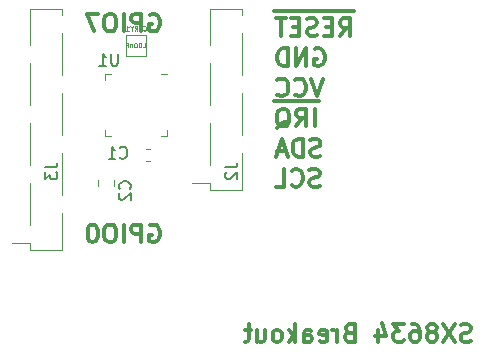
<source format=gbr>
G04 #@! TF.GenerationSoftware,KiCad,Pcbnew,5.0.0*
G04 #@! TF.CreationDate,2019-07-11T02:24:03-06:00*
G04 #@! TF.ProjectId,woose-tracker,776F6F73652D747261636B65722E6B69,1*
G04 #@! TF.SameCoordinates,Original*
G04 #@! TF.FileFunction,Legend,Bot*
G04 #@! TF.FilePolarity,Positive*
%FSLAX46Y46*%
G04 Gerber Fmt 4.6, Leading zero omitted, Abs format (unit mm)*
G04 Created by KiCad (PCBNEW 5.0.0) date Thu Jul 11 02:24:03 2019*
%MOMM*%
%LPD*%
G01*
G04 APERTURE LIST*
%ADD10C,0.300000*%
%ADD11C,0.120000*%
%ADD12C,0.080000*%
%ADD13C,0.150000*%
%ADD14C,0.070000*%
G04 APERTURE END LIST*
D10*
X89311880Y-63644862D02*
X89097594Y-63716291D01*
X88740451Y-63716291D01*
X88597594Y-63644862D01*
X88526165Y-63573434D01*
X88454737Y-63430577D01*
X88454737Y-63287720D01*
X88526165Y-63144862D01*
X88597594Y-63073434D01*
X88740451Y-63002005D01*
X89026165Y-62930577D01*
X89169022Y-62859148D01*
X89240451Y-62787720D01*
X89311880Y-62644862D01*
X89311880Y-62502005D01*
X89240451Y-62359148D01*
X89169022Y-62287720D01*
X89026165Y-62216291D01*
X88669022Y-62216291D01*
X88454737Y-62287720D01*
X87954737Y-62216291D02*
X86954737Y-63716291D01*
X86954737Y-62216291D02*
X87954737Y-63716291D01*
X86169022Y-62859148D02*
X86311880Y-62787720D01*
X86383308Y-62716291D01*
X86454737Y-62573434D01*
X86454737Y-62502005D01*
X86383308Y-62359148D01*
X86311880Y-62287720D01*
X86169022Y-62216291D01*
X85883308Y-62216291D01*
X85740451Y-62287720D01*
X85669022Y-62359148D01*
X85597594Y-62502005D01*
X85597594Y-62573434D01*
X85669022Y-62716291D01*
X85740451Y-62787720D01*
X85883308Y-62859148D01*
X86169022Y-62859148D01*
X86311880Y-62930577D01*
X86383308Y-63002005D01*
X86454737Y-63144862D01*
X86454737Y-63430577D01*
X86383308Y-63573434D01*
X86311880Y-63644862D01*
X86169022Y-63716291D01*
X85883308Y-63716291D01*
X85740451Y-63644862D01*
X85669022Y-63573434D01*
X85597594Y-63430577D01*
X85597594Y-63144862D01*
X85669022Y-63002005D01*
X85740451Y-62930577D01*
X85883308Y-62859148D01*
X84311880Y-62216291D02*
X84597594Y-62216291D01*
X84740451Y-62287720D01*
X84811880Y-62359148D01*
X84954737Y-62573434D01*
X85026165Y-62859148D01*
X85026165Y-63430577D01*
X84954737Y-63573434D01*
X84883308Y-63644862D01*
X84740451Y-63716291D01*
X84454737Y-63716291D01*
X84311880Y-63644862D01*
X84240451Y-63573434D01*
X84169022Y-63430577D01*
X84169022Y-63073434D01*
X84240451Y-62930577D01*
X84311880Y-62859148D01*
X84454737Y-62787720D01*
X84740451Y-62787720D01*
X84883308Y-62859148D01*
X84954737Y-62930577D01*
X85026165Y-63073434D01*
X83669022Y-62216291D02*
X82740451Y-62216291D01*
X83240451Y-62787720D01*
X83026165Y-62787720D01*
X82883308Y-62859148D01*
X82811880Y-62930577D01*
X82740451Y-63073434D01*
X82740451Y-63430577D01*
X82811880Y-63573434D01*
X82883308Y-63644862D01*
X83026165Y-63716291D01*
X83454737Y-63716291D01*
X83597594Y-63644862D01*
X83669022Y-63573434D01*
X81454737Y-62716291D02*
X81454737Y-63716291D01*
X81811880Y-62144862D02*
X82169022Y-63216291D01*
X81240451Y-63216291D01*
X79026165Y-62930577D02*
X78811880Y-63002005D01*
X78740451Y-63073434D01*
X78669022Y-63216291D01*
X78669022Y-63430577D01*
X78740451Y-63573434D01*
X78811880Y-63644862D01*
X78954737Y-63716291D01*
X79526165Y-63716291D01*
X79526165Y-62216291D01*
X79026165Y-62216291D01*
X78883308Y-62287720D01*
X78811880Y-62359148D01*
X78740451Y-62502005D01*
X78740451Y-62644862D01*
X78811880Y-62787720D01*
X78883308Y-62859148D01*
X79026165Y-62930577D01*
X79526165Y-62930577D01*
X78026165Y-63716291D02*
X78026165Y-62716291D01*
X78026165Y-63002005D02*
X77954737Y-62859148D01*
X77883308Y-62787720D01*
X77740451Y-62716291D01*
X77597594Y-62716291D01*
X76526165Y-63644862D02*
X76669022Y-63716291D01*
X76954737Y-63716291D01*
X77097594Y-63644862D01*
X77169022Y-63502005D01*
X77169022Y-62930577D01*
X77097594Y-62787720D01*
X76954737Y-62716291D01*
X76669022Y-62716291D01*
X76526165Y-62787720D01*
X76454737Y-62930577D01*
X76454737Y-63073434D01*
X77169022Y-63216291D01*
X75169022Y-63716291D02*
X75169022Y-62930577D01*
X75240451Y-62787720D01*
X75383308Y-62716291D01*
X75669022Y-62716291D01*
X75811880Y-62787720D01*
X75169022Y-63644862D02*
X75311880Y-63716291D01*
X75669022Y-63716291D01*
X75811880Y-63644862D01*
X75883308Y-63502005D01*
X75883308Y-63359148D01*
X75811880Y-63216291D01*
X75669022Y-63144862D01*
X75311880Y-63144862D01*
X75169022Y-63073434D01*
X74454737Y-63716291D02*
X74454737Y-62216291D01*
X74311880Y-63144862D02*
X73883308Y-63716291D01*
X73883308Y-62716291D02*
X74454737Y-63287720D01*
X73026165Y-63716291D02*
X73169022Y-63644862D01*
X73240451Y-63573434D01*
X73311880Y-63430577D01*
X73311880Y-63002005D01*
X73240451Y-62859148D01*
X73169022Y-62787720D01*
X73026165Y-62716291D01*
X72811880Y-62716291D01*
X72669022Y-62787720D01*
X72597594Y-62859148D01*
X72526165Y-63002005D01*
X72526165Y-63430577D01*
X72597594Y-63573434D01*
X72669022Y-63644862D01*
X72811880Y-63716291D01*
X73026165Y-63716291D01*
X71240451Y-62716291D02*
X71240451Y-63716291D01*
X71883308Y-62716291D02*
X71883308Y-63502005D01*
X71811880Y-63644862D01*
X71669022Y-63716291D01*
X71454737Y-63716291D01*
X71311880Y-63644862D01*
X71240451Y-63573434D01*
X70740451Y-62716291D02*
X70169022Y-62716291D01*
X70526165Y-62216291D02*
X70526165Y-63502005D01*
X70454737Y-63644862D01*
X70311880Y-63716291D01*
X70169022Y-63716291D01*
X79441834Y-35680440D02*
X77941834Y-35680440D01*
X78227548Y-37829011D02*
X78727548Y-37114725D01*
X79084691Y-37829011D02*
X79084691Y-36329011D01*
X78513262Y-36329011D01*
X78370405Y-36400440D01*
X78298977Y-36471868D01*
X78227548Y-36614725D01*
X78227548Y-36829011D01*
X78298977Y-36971868D01*
X78370405Y-37043297D01*
X78513262Y-37114725D01*
X79084691Y-37114725D01*
X77941834Y-35680440D02*
X76584691Y-35680440D01*
X77584691Y-37043297D02*
X77084691Y-37043297D01*
X76870405Y-37829011D02*
X77584691Y-37829011D01*
X77584691Y-36329011D01*
X76870405Y-36329011D01*
X76584691Y-35680440D02*
X75156120Y-35680440D01*
X76298977Y-37757582D02*
X76084691Y-37829011D01*
X75727548Y-37829011D01*
X75584691Y-37757582D01*
X75513262Y-37686154D01*
X75441834Y-37543297D01*
X75441834Y-37400440D01*
X75513262Y-37257582D01*
X75584691Y-37186154D01*
X75727548Y-37114725D01*
X76013262Y-37043297D01*
X76156120Y-36971868D01*
X76227548Y-36900440D01*
X76298977Y-36757582D01*
X76298977Y-36614725D01*
X76227548Y-36471868D01*
X76156120Y-36400440D01*
X76013262Y-36329011D01*
X75656120Y-36329011D01*
X75441834Y-36400440D01*
X75156120Y-35680440D02*
X73798977Y-35680440D01*
X74798977Y-37043297D02*
X74298977Y-37043297D01*
X74084691Y-37829011D02*
X74798977Y-37829011D01*
X74798977Y-36329011D01*
X74084691Y-36329011D01*
X73798977Y-35680440D02*
X72656120Y-35680440D01*
X73656120Y-36329011D02*
X72798977Y-36329011D01*
X73227548Y-37829011D02*
X73227548Y-36329011D01*
X76084691Y-38950440D02*
X76227548Y-38879011D01*
X76441834Y-38879011D01*
X76656120Y-38950440D01*
X76798977Y-39093297D01*
X76870405Y-39236154D01*
X76941834Y-39521868D01*
X76941834Y-39736154D01*
X76870405Y-40021868D01*
X76798977Y-40164725D01*
X76656120Y-40307582D01*
X76441834Y-40379011D01*
X76298977Y-40379011D01*
X76084691Y-40307582D01*
X76013262Y-40236154D01*
X76013262Y-39736154D01*
X76298977Y-39736154D01*
X75370405Y-40379011D02*
X75370405Y-38879011D01*
X74513262Y-40379011D01*
X74513262Y-38879011D01*
X73798977Y-40379011D02*
X73798977Y-38879011D01*
X73441834Y-38879011D01*
X73227548Y-38950440D01*
X73084691Y-39093297D01*
X73013262Y-39236154D01*
X72941834Y-39521868D01*
X72941834Y-39736154D01*
X73013262Y-40021868D01*
X73084691Y-40164725D01*
X73227548Y-40307582D01*
X73441834Y-40379011D01*
X73798977Y-40379011D01*
X76798977Y-41429011D02*
X76298977Y-42929011D01*
X75798977Y-41429011D01*
X74441834Y-42786154D02*
X74513262Y-42857582D01*
X74727548Y-42929011D01*
X74870405Y-42929011D01*
X75084691Y-42857582D01*
X75227548Y-42714725D01*
X75298977Y-42571868D01*
X75370405Y-42286154D01*
X75370405Y-42071868D01*
X75298977Y-41786154D01*
X75227548Y-41643297D01*
X75084691Y-41500440D01*
X74870405Y-41429011D01*
X74727548Y-41429011D01*
X74513262Y-41500440D01*
X74441834Y-41571868D01*
X72941834Y-42786154D02*
X73013262Y-42857582D01*
X73227548Y-42929011D01*
X73370405Y-42929011D01*
X73584691Y-42857582D01*
X73727548Y-42714725D01*
X73798977Y-42571868D01*
X73870405Y-42286154D01*
X73870405Y-42071868D01*
X73798977Y-41786154D01*
X73727548Y-41643297D01*
X73584691Y-41500440D01*
X73370405Y-41429011D01*
X73227548Y-41429011D01*
X73013262Y-41500440D01*
X72941834Y-41571868D01*
X76441834Y-43330440D02*
X75727548Y-43330440D01*
X76084691Y-45479011D02*
X76084691Y-43979011D01*
X75727548Y-43330440D02*
X74227548Y-43330440D01*
X74513262Y-45479011D02*
X75013262Y-44764725D01*
X75370405Y-45479011D02*
X75370405Y-43979011D01*
X74798977Y-43979011D01*
X74656120Y-44050440D01*
X74584691Y-44121868D01*
X74513262Y-44264725D01*
X74513262Y-44479011D01*
X74584691Y-44621868D01*
X74656120Y-44693297D01*
X74798977Y-44764725D01*
X75370405Y-44764725D01*
X74227548Y-43330440D02*
X72656120Y-43330440D01*
X72870405Y-45621868D02*
X73013262Y-45550440D01*
X73156120Y-45407582D01*
X73370405Y-45193297D01*
X73513262Y-45121868D01*
X73656120Y-45121868D01*
X73584691Y-45479011D02*
X73727548Y-45407582D01*
X73870405Y-45264725D01*
X73941834Y-44979011D01*
X73941834Y-44479011D01*
X73870405Y-44193297D01*
X73727548Y-44050440D01*
X73584691Y-43979011D01*
X73298977Y-43979011D01*
X73156120Y-44050440D01*
X73013262Y-44193297D01*
X72941834Y-44479011D01*
X72941834Y-44979011D01*
X73013262Y-45264725D01*
X73156120Y-45407582D01*
X73298977Y-45479011D01*
X73584691Y-45479011D01*
X76584691Y-47957582D02*
X76370405Y-48029011D01*
X76013262Y-48029011D01*
X75870405Y-47957582D01*
X75798977Y-47886154D01*
X75727548Y-47743297D01*
X75727548Y-47600440D01*
X75798977Y-47457582D01*
X75870405Y-47386154D01*
X76013262Y-47314725D01*
X76298977Y-47243297D01*
X76441834Y-47171868D01*
X76513262Y-47100440D01*
X76584691Y-46957582D01*
X76584691Y-46814725D01*
X76513262Y-46671868D01*
X76441834Y-46600440D01*
X76298977Y-46529011D01*
X75941834Y-46529011D01*
X75727548Y-46600440D01*
X75084691Y-48029011D02*
X75084691Y-46529011D01*
X74727548Y-46529011D01*
X74513262Y-46600440D01*
X74370405Y-46743297D01*
X74298977Y-46886154D01*
X74227548Y-47171868D01*
X74227548Y-47386154D01*
X74298977Y-47671868D01*
X74370405Y-47814725D01*
X74513262Y-47957582D01*
X74727548Y-48029011D01*
X75084691Y-48029011D01*
X73656120Y-47600440D02*
X72941834Y-47600440D01*
X73798977Y-48029011D02*
X73298977Y-46529011D01*
X72798977Y-48029011D01*
X76513262Y-50507582D02*
X76298977Y-50579011D01*
X75941834Y-50579011D01*
X75798977Y-50507582D01*
X75727548Y-50436154D01*
X75656120Y-50293297D01*
X75656120Y-50150440D01*
X75727548Y-50007582D01*
X75798977Y-49936154D01*
X75941834Y-49864725D01*
X76227548Y-49793297D01*
X76370405Y-49721868D01*
X76441834Y-49650440D01*
X76513262Y-49507582D01*
X76513262Y-49364725D01*
X76441834Y-49221868D01*
X76370405Y-49150440D01*
X76227548Y-49079011D01*
X75870405Y-49079011D01*
X75656120Y-49150440D01*
X74156120Y-50436154D02*
X74227548Y-50507582D01*
X74441834Y-50579011D01*
X74584691Y-50579011D01*
X74798977Y-50507582D01*
X74941834Y-50364725D01*
X75013262Y-50221868D01*
X75084691Y-49936154D01*
X75084691Y-49721868D01*
X75013262Y-49436154D01*
X74941834Y-49293297D01*
X74798977Y-49150440D01*
X74584691Y-49079011D01*
X74441834Y-49079011D01*
X74227548Y-49150440D01*
X74156120Y-49221868D01*
X72798977Y-50579011D02*
X73513262Y-50579011D01*
X73513262Y-49079011D01*
X62148125Y-36009440D02*
X62290982Y-35938011D01*
X62505268Y-35938011D01*
X62719554Y-36009440D01*
X62862411Y-36152297D01*
X62933840Y-36295154D01*
X63005268Y-36580868D01*
X63005268Y-36795154D01*
X62933840Y-37080868D01*
X62862411Y-37223725D01*
X62719554Y-37366582D01*
X62505268Y-37438011D01*
X62362411Y-37438011D01*
X62148125Y-37366582D01*
X62076697Y-37295154D01*
X62076697Y-36795154D01*
X62362411Y-36795154D01*
X61433840Y-37438011D02*
X61433840Y-35938011D01*
X60862411Y-35938011D01*
X60719554Y-36009440D01*
X60648125Y-36080868D01*
X60576697Y-36223725D01*
X60576697Y-36438011D01*
X60648125Y-36580868D01*
X60719554Y-36652297D01*
X60862411Y-36723725D01*
X61433840Y-36723725D01*
X59933840Y-37438011D02*
X59933840Y-35938011D01*
X58933840Y-35938011D02*
X58648125Y-35938011D01*
X58505268Y-36009440D01*
X58362411Y-36152297D01*
X58290982Y-36438011D01*
X58290982Y-36938011D01*
X58362411Y-37223725D01*
X58505268Y-37366582D01*
X58648125Y-37438011D01*
X58933840Y-37438011D01*
X59076697Y-37366582D01*
X59219554Y-37223725D01*
X59290982Y-36938011D01*
X59290982Y-36438011D01*
X59219554Y-36152297D01*
X59076697Y-36009440D01*
X58933840Y-35938011D01*
X57790982Y-35938011D02*
X56790982Y-35938011D01*
X57433840Y-37438011D01*
X62148125Y-53859440D02*
X62290982Y-53788011D01*
X62505268Y-53788011D01*
X62719554Y-53859440D01*
X62862411Y-54002297D01*
X62933840Y-54145154D01*
X63005268Y-54430868D01*
X63005268Y-54645154D01*
X62933840Y-54930868D01*
X62862411Y-55073725D01*
X62719554Y-55216582D01*
X62505268Y-55288011D01*
X62362411Y-55288011D01*
X62148125Y-55216582D01*
X62076697Y-55145154D01*
X62076697Y-54645154D01*
X62362411Y-54645154D01*
X61433840Y-55288011D02*
X61433840Y-53788011D01*
X60862411Y-53788011D01*
X60719554Y-53859440D01*
X60648125Y-53930868D01*
X60576697Y-54073725D01*
X60576697Y-54288011D01*
X60648125Y-54430868D01*
X60719554Y-54502297D01*
X60862411Y-54573725D01*
X61433840Y-54573725D01*
X59933840Y-55288011D02*
X59933840Y-53788011D01*
X58933840Y-53788011D02*
X58648125Y-53788011D01*
X58505268Y-53859440D01*
X58362411Y-54002297D01*
X58290982Y-54288011D01*
X58290982Y-54788011D01*
X58362411Y-55073725D01*
X58505268Y-55216582D01*
X58648125Y-55288011D01*
X58933840Y-55288011D01*
X59076697Y-55216582D01*
X59219554Y-55073725D01*
X59290982Y-54788011D01*
X59290982Y-54288011D01*
X59219554Y-54002297D01*
X59076697Y-53859440D01*
X58933840Y-53788011D01*
X57362411Y-53788011D02*
X57219554Y-53788011D01*
X57076697Y-53859440D01*
X57005268Y-53930868D01*
X56933840Y-54073725D01*
X56862411Y-54359440D01*
X56862411Y-54716582D01*
X56933840Y-55002297D01*
X57005268Y-55145154D01*
X57076697Y-55216582D01*
X57219554Y-55288011D01*
X57362411Y-55288011D01*
X57505268Y-55216582D01*
X57576697Y-55145154D01*
X57648125Y-55002297D01*
X57719554Y-54716582D01*
X57719554Y-54359440D01*
X57648125Y-54073725D01*
X57576697Y-53930868D01*
X57505268Y-53859440D01*
X57362411Y-53788011D01*
D11*
G04 #@! TO.C,C1*
X61813221Y-48389000D02*
X62138779Y-48389000D01*
X61813221Y-47369000D02*
X62138779Y-47369000D01*
G04 #@! TO.C,C2*
X57710000Y-50033422D02*
X57710000Y-50550578D01*
X59130000Y-50033422D02*
X59130000Y-50550578D01*
D12*
G04 #@! TO.C,CARY1*
X60085000Y-37733000D02*
X60085000Y-39483000D01*
X60085000Y-39483000D02*
X61835000Y-39483000D01*
X61835000Y-37733000D02*
X60085000Y-37733000D01*
X61835000Y-37733000D02*
X61835000Y-39483000D01*
D11*
G04 #@! TO.C,U1*
X58825000Y-41078000D02*
X58350000Y-41078000D01*
X58350000Y-41078000D02*
X58350000Y-41553000D01*
X63095000Y-46298000D02*
X63570000Y-46298000D01*
X63570000Y-46298000D02*
X63570000Y-45823000D01*
X58825000Y-46298000D02*
X58350000Y-46298000D01*
X58350000Y-46298000D02*
X58350000Y-45823000D01*
X63095000Y-41078000D02*
X63570000Y-41078000D01*
G04 #@! TO.C,J2*
X67250000Y-50860000D02*
X69910000Y-50860000D01*
X67250000Y-35500000D02*
X69910000Y-35500000D01*
X69910000Y-50860000D02*
X69910000Y-47750000D01*
X67250000Y-50290000D02*
X65730000Y-50290000D01*
X67250000Y-50860000D02*
X67250000Y-50290000D01*
X69910000Y-36070000D02*
X69910000Y-35500000D01*
X69910000Y-46230000D02*
X69910000Y-42670000D01*
X69910000Y-41150000D02*
X69910000Y-37590000D01*
X67250000Y-48770000D02*
X67250000Y-45210000D01*
X67250000Y-43690000D02*
X67250000Y-40130000D01*
X67250000Y-38610000D02*
X67250000Y-35500000D01*
G04 #@! TO.C,J3*
X52010000Y-55940000D02*
X54670000Y-55940000D01*
X52010000Y-35500000D02*
X54670000Y-35500000D01*
X54670000Y-55940000D02*
X54670000Y-52830000D01*
X52010000Y-55370000D02*
X50490000Y-55370000D01*
X52010000Y-55940000D02*
X52010000Y-55370000D01*
X54670000Y-36070000D02*
X54670000Y-35500000D01*
X54670000Y-51310000D02*
X54670000Y-47750000D01*
X54670000Y-46230000D02*
X54670000Y-42670000D01*
X54670000Y-41150000D02*
X54670000Y-37590000D01*
X52010000Y-53850000D02*
X52010000Y-50290000D01*
X52010000Y-48770000D02*
X52010000Y-45210000D01*
X52010000Y-43690000D02*
X52010000Y-40130000D01*
X52010000Y-38610000D02*
X52010000Y-35500000D01*
G04 #@! TO.C,C1*
D13*
X59602666Y-48109142D02*
X59650285Y-48156761D01*
X59793142Y-48204380D01*
X59888380Y-48204380D01*
X60031238Y-48156761D01*
X60126476Y-48061523D01*
X60174095Y-47966285D01*
X60221714Y-47775809D01*
X60221714Y-47632952D01*
X60174095Y-47442476D01*
X60126476Y-47347238D01*
X60031238Y-47252000D01*
X59888380Y-47204380D01*
X59793142Y-47204380D01*
X59650285Y-47252000D01*
X59602666Y-47299619D01*
X58650285Y-48204380D02*
X59221714Y-48204380D01*
X58936000Y-48204380D02*
X58936000Y-47204380D01*
X59031238Y-47347238D01*
X59126476Y-47442476D01*
X59221714Y-47490095D01*
G04 #@! TO.C,C2*
X60428142Y-50760333D02*
X60475761Y-50712714D01*
X60523380Y-50569857D01*
X60523380Y-50474619D01*
X60475761Y-50331761D01*
X60380523Y-50236523D01*
X60285285Y-50188904D01*
X60094809Y-50141285D01*
X59951952Y-50141285D01*
X59761476Y-50188904D01*
X59666238Y-50236523D01*
X59571000Y-50331761D01*
X59523380Y-50474619D01*
X59523380Y-50569857D01*
X59571000Y-50712714D01*
X59618619Y-50760333D01*
X59618619Y-51141285D02*
X59571000Y-51188904D01*
X59523380Y-51284142D01*
X59523380Y-51522238D01*
X59571000Y-51617476D01*
X59618619Y-51665095D01*
X59713857Y-51712714D01*
X59809095Y-51712714D01*
X59951952Y-51665095D01*
X60523380Y-51093666D01*
X60523380Y-51712714D01*
G04 #@! TO.C,CARY1*
D12*
X61594523Y-37325857D02*
X61613571Y-37344904D01*
X61670714Y-37363952D01*
X61708809Y-37363952D01*
X61765952Y-37344904D01*
X61804047Y-37306809D01*
X61823095Y-37268714D01*
X61842142Y-37192523D01*
X61842142Y-37135380D01*
X61823095Y-37059190D01*
X61804047Y-37021095D01*
X61765952Y-36983000D01*
X61708809Y-36963952D01*
X61670714Y-36963952D01*
X61613571Y-36983000D01*
X61594523Y-37002047D01*
X61442142Y-37249666D02*
X61251666Y-37249666D01*
X61480238Y-37363952D02*
X61346904Y-36963952D01*
X61213571Y-37363952D01*
X60851666Y-37363952D02*
X60985000Y-37173476D01*
X61080238Y-37363952D02*
X61080238Y-36963952D01*
X60927857Y-36963952D01*
X60889761Y-36983000D01*
X60870714Y-37002047D01*
X60851666Y-37040142D01*
X60851666Y-37097285D01*
X60870714Y-37135380D01*
X60889761Y-37154428D01*
X60927857Y-37173476D01*
X61080238Y-37173476D01*
X60604047Y-37173476D02*
X60604047Y-37363952D01*
X60737380Y-36963952D02*
X60604047Y-37173476D01*
X60470714Y-36963952D01*
X60127857Y-37363952D02*
X60356428Y-37363952D01*
X60242142Y-37363952D02*
X60242142Y-36963952D01*
X60280238Y-37021095D01*
X60318333Y-37059190D01*
X60356428Y-37078238D01*
D14*
X61579047Y-38788952D02*
X61807619Y-38788952D01*
X61693333Y-38788952D02*
X61693333Y-38388952D01*
X61731428Y-38446095D01*
X61769523Y-38484190D01*
X61807619Y-38503238D01*
X61331428Y-38388952D02*
X61293333Y-38388952D01*
X61255238Y-38408000D01*
X61236190Y-38427047D01*
X61217142Y-38465142D01*
X61198095Y-38541333D01*
X61198095Y-38636571D01*
X61217142Y-38712761D01*
X61236190Y-38750857D01*
X61255238Y-38769904D01*
X61293333Y-38788952D01*
X61331428Y-38788952D01*
X61369523Y-38769904D01*
X61388571Y-38750857D01*
X61407619Y-38712761D01*
X61426666Y-38636571D01*
X61426666Y-38541333D01*
X61407619Y-38465142D01*
X61388571Y-38427047D01*
X61369523Y-38408000D01*
X61331428Y-38388952D01*
X60950476Y-38388952D02*
X60912380Y-38388952D01*
X60874285Y-38408000D01*
X60855238Y-38427047D01*
X60836190Y-38465142D01*
X60817142Y-38541333D01*
X60817142Y-38636571D01*
X60836190Y-38712761D01*
X60855238Y-38750857D01*
X60874285Y-38769904D01*
X60912380Y-38788952D01*
X60950476Y-38788952D01*
X60988571Y-38769904D01*
X61007619Y-38750857D01*
X61026666Y-38712761D01*
X61045714Y-38636571D01*
X61045714Y-38541333D01*
X61026666Y-38465142D01*
X61007619Y-38427047D01*
X60988571Y-38408000D01*
X60950476Y-38388952D01*
X60645714Y-38522285D02*
X60645714Y-38788952D01*
X60645714Y-38560380D02*
X60626666Y-38541333D01*
X60588571Y-38522285D01*
X60531428Y-38522285D01*
X60493333Y-38541333D01*
X60474285Y-38579428D01*
X60474285Y-38788952D01*
X60150476Y-38579428D02*
X60283809Y-38579428D01*
X60283809Y-38788952D02*
X60283809Y-38388952D01*
X60093333Y-38388952D01*
G04 #@! TO.C,U1*
D13*
X59435904Y-39330380D02*
X59435904Y-40139904D01*
X59388285Y-40235142D01*
X59340666Y-40282761D01*
X59245428Y-40330380D01*
X59054952Y-40330380D01*
X58959714Y-40282761D01*
X58912095Y-40235142D01*
X58864476Y-40139904D01*
X58864476Y-39330380D01*
X57864476Y-40330380D02*
X58435904Y-40330380D01*
X58150190Y-40330380D02*
X58150190Y-39330380D01*
X58245428Y-39473238D01*
X58340666Y-39568476D01*
X58435904Y-39616095D01*
G04 #@! TO.C,J2*
X68540380Y-48942666D02*
X69254666Y-48942666D01*
X69397523Y-48895047D01*
X69492761Y-48799809D01*
X69540380Y-48656952D01*
X69540380Y-48561714D01*
X68635619Y-49371238D02*
X68588000Y-49418857D01*
X68540380Y-49514095D01*
X68540380Y-49752190D01*
X68588000Y-49847428D01*
X68635619Y-49895047D01*
X68730857Y-49942666D01*
X68826095Y-49942666D01*
X68968952Y-49895047D01*
X69540380Y-49323619D01*
X69540380Y-49942666D01*
G04 #@! TO.C,J3*
X53300380Y-48942666D02*
X54014666Y-48942666D01*
X54157523Y-48895047D01*
X54252761Y-48799809D01*
X54300380Y-48656952D01*
X54300380Y-48561714D01*
X53300380Y-49323619D02*
X53300380Y-49942666D01*
X53681333Y-49609333D01*
X53681333Y-49752190D01*
X53728952Y-49847428D01*
X53776571Y-49895047D01*
X53871809Y-49942666D01*
X54109904Y-49942666D01*
X54205142Y-49895047D01*
X54252761Y-49847428D01*
X54300380Y-49752190D01*
X54300380Y-49466476D01*
X54252761Y-49371238D01*
X54205142Y-49323619D01*
G04 #@! TD*
M02*

</source>
